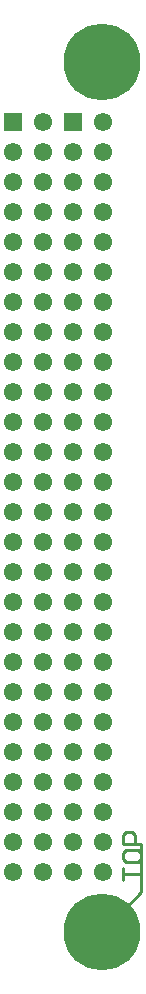
<source format=gtl>
G04 Layer_Physical_Order=1*
G04 Layer_Color=255*
%FSAX25Y25*%
%MOIN*%
G70*
G01*
G75*
%ADD10C,0.01000*%
%ADD11C,0.25590*%
%ADD12C,0.06102*%
%ADD13R,0.06102X0.06102*%
D10*
X0571700Y0163200D02*
X0578400Y0169900D01*
Y0186200D01*
X0572402Y0174200D02*
Y0178199D01*
Y0176199D01*
X0578400D01*
X0572402Y0183197D02*
Y0181198D01*
X0573402Y0180198D01*
X0577400D01*
X0578400Y0181198D01*
Y0183197D01*
X0577400Y0184197D01*
X0573402D01*
X0572402Y0183197D01*
X0578400Y0186196D02*
X0572402D01*
Y0189195D01*
X0573402Y0190195D01*
X0575401D01*
X0576401Y0189195D01*
Y0186196D01*
D11*
X0565354Y0156728D02*
D03*
X0565484Y0446728D02*
D03*
D12*
X0535579Y0176736D02*
D03*
X0545579D02*
D03*
X0535579Y0226736D02*
D03*
X0545579D02*
D03*
Y0216736D02*
D03*
X0535579D02*
D03*
X0545579Y0206736D02*
D03*
X0535579D02*
D03*
X0545579Y0196736D02*
D03*
X0535579D02*
D03*
X0545579Y0186736D02*
D03*
X0535579D02*
D03*
Y0276736D02*
D03*
X0545579D02*
D03*
Y0266736D02*
D03*
X0535579D02*
D03*
X0545579Y0256736D02*
D03*
X0535579D02*
D03*
X0545579Y0246736D02*
D03*
X0535579D02*
D03*
X0545579Y0236736D02*
D03*
X0535579D02*
D03*
Y0326736D02*
D03*
X0545579D02*
D03*
Y0316736D02*
D03*
X0535579D02*
D03*
X0545579Y0306736D02*
D03*
X0535579D02*
D03*
X0545579Y0296736D02*
D03*
X0535579D02*
D03*
X0545579Y0286736D02*
D03*
X0535579D02*
D03*
Y0376736D02*
D03*
X0545579D02*
D03*
Y0366736D02*
D03*
X0535579D02*
D03*
X0545579Y0356736D02*
D03*
X0535579D02*
D03*
X0545579Y0346736D02*
D03*
X0535579D02*
D03*
X0545579Y0336736D02*
D03*
X0535579D02*
D03*
Y0386736D02*
D03*
X0545579D02*
D03*
X0535579Y0396736D02*
D03*
X0545579D02*
D03*
X0535579Y0406736D02*
D03*
X0545579D02*
D03*
X0535579Y0416736D02*
D03*
X0545579D02*
D03*
Y0426736D02*
D03*
X0555579Y0176736D02*
D03*
X0565579D02*
D03*
X0555579Y0226736D02*
D03*
X0565579D02*
D03*
Y0216736D02*
D03*
X0555579D02*
D03*
X0565579Y0206736D02*
D03*
X0555579D02*
D03*
X0565579Y0196736D02*
D03*
X0555579D02*
D03*
X0565579Y0186736D02*
D03*
X0555579D02*
D03*
Y0276736D02*
D03*
X0565579D02*
D03*
Y0266736D02*
D03*
X0555579D02*
D03*
X0565579Y0256736D02*
D03*
X0555579D02*
D03*
X0565579Y0246736D02*
D03*
X0555579D02*
D03*
X0565579Y0236736D02*
D03*
X0555579D02*
D03*
Y0326736D02*
D03*
X0565579D02*
D03*
Y0316736D02*
D03*
X0555579D02*
D03*
X0565579Y0306736D02*
D03*
X0555579D02*
D03*
X0565579Y0296736D02*
D03*
X0555579D02*
D03*
X0565579Y0286736D02*
D03*
X0555579D02*
D03*
Y0376736D02*
D03*
X0565579D02*
D03*
Y0366736D02*
D03*
X0555579D02*
D03*
X0565579Y0356736D02*
D03*
X0555579D02*
D03*
X0565579Y0346736D02*
D03*
X0555579D02*
D03*
X0565579Y0336736D02*
D03*
X0555579D02*
D03*
Y0386736D02*
D03*
X0565579D02*
D03*
X0555579Y0396736D02*
D03*
X0565579D02*
D03*
X0555579Y0406736D02*
D03*
X0565579D02*
D03*
X0555579Y0416736D02*
D03*
X0565579D02*
D03*
Y0426736D02*
D03*
D13*
X0535579D02*
D03*
X0555579D02*
D03*
M02*

</source>
